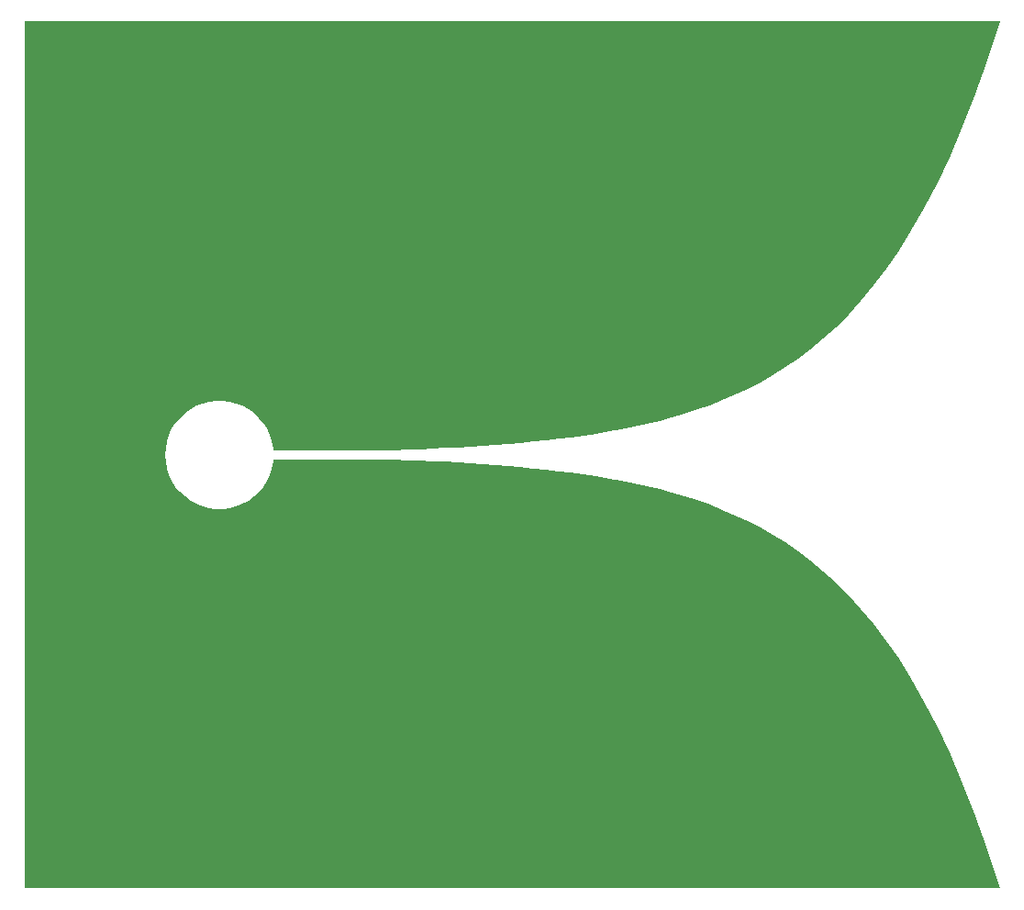
<source format=gbl>
G04 Filename: PCBWay_small_2to6ghz_vivaldi.gbl*
G04 FileFunction: Copper,L2,Bot,Signal*
G04 Part: Single*
G04 ProjectId: PCBWay_small_2to6ghz_vivaldi,974C31CABA66D5DCD8AF70DA5F3A9620,1*
G04 GenerationSoftware: MathWorks,MATLAB,9.8.0.1417392 (R2020a) Update 4*
G04 CreationDate: 2021-07-15T12:59:41-0700*
G04 FilePolarity: Positive*
%FSLAX16Y16*%
%MOIN*%
%ADD11C,0.05905511811*%  G04 Connect ground to connector*
G04 Antenna metal layer 2*
%LPD*%
G01*
G36*
X-1771654Y-1574803D02*
Y1574803D01*
X1771654D01*
Y1573228D01*
X1725856Y1432136D01*
X1680058Y1303698D01*
X1634260Y1186778D01*
X1588462Y1080344D01*
X1542664Y0983455D01*
X1496866Y0895256D01*
X1451069Y0814966D01*
X1405271Y0741877D01*
X1359473Y0675343D01*
X1313675Y0614776D01*
X1267877Y0559641D01*
X1222079Y0509451D01*
X1176282Y0463762D01*
X1130484Y0422170D01*
X1084686Y0384308D01*
X1038888Y0349842D01*
X0993090Y0318467D01*
X0947292Y0289906D01*
X0901494Y0263906D01*
X0855697Y0240238D01*
X0809899Y0218693D01*
X0764101Y0199080D01*
X0718303Y0181226D01*
X0672505Y0164973D01*
X0626707Y0150178D01*
X0580910Y0136709D01*
X0535112Y0124449D01*
X0489314Y0113288D01*
X0443516Y0103128D01*
X0397718Y0093879D01*
X0351920Y0085460D01*
X0306122Y0077795D01*
X0260325Y0070818D01*
X0214527Y0064467D01*
X0168729Y0058685D01*
X0122931Y0053422D01*
X0077133Y0048631D01*
X0031335Y0044270D01*
X-0014462Y0040300D01*
X-0060260Y0036685D01*
X-0106058Y0033395D01*
X-0151856Y0030400D01*
X-0197654Y0027674D01*
X-0243452Y0025192D01*
X-0289250Y0022933D01*
X-0335047Y0020876D01*
X-0380845Y0019004D01*
X-0426643Y0017300D01*
X-0472441Y0015748D01*
X-0866142D01*
X-0867694Y0024672D01*
X-0872326Y0048955D01*
X-0879965Y0072465D01*
X-0890491Y0094833D01*
X-0903737Y0115706D01*
X-0919494Y0134753D01*
X-0937515Y0151676D01*
X-0957514Y0166206D01*
X-0979177Y0178116D01*
X-1002162Y0187216D01*
X-1026106Y0193364D01*
X-1050632Y0196462D01*
X-1075352D01*
X-1099878Y0193364D01*
X-1123822Y0187216D01*
X-1146807Y0178116D01*
X-1168470Y0166206D01*
X-1188469Y0151676D01*
X-1206490Y0134753D01*
X-1222247Y0115706D01*
X-1235493Y0094833D01*
X-1246019Y0072465D01*
X-1253658Y0048955D01*
X-1258290Y0024672D01*
X-1259843Y0000000D01*
X-1258290Y-0024672D01*
X-1253658Y-0048955D01*
X-1246019Y-0072465D01*
X-1235493Y-0094833D01*
X-1222247Y-0115706D01*
X-1206490Y-0134753D01*
X-1188469Y-0151676D01*
X-1168470Y-0166206D01*
X-1146807Y-0178116D01*
X-1123822Y-0187216D01*
X-1099878Y-0193364D01*
X-1075352Y-0196462D01*
X-1050632D01*
X-1026106Y-0193364D01*
X-1002162Y-0187216D01*
X-0979177Y-0178116D01*
X-0957514Y-0166206D01*
X-0937515Y-0151676D01*
X-0919494Y-0134753D01*
X-0903737Y-0115706D01*
X-0890491Y-0094833D01*
X-0879965Y-0072465D01*
X-0872326Y-0048955D01*
X-0867694Y-0024672D01*
X-0866142Y-0015748D01*
X-0472441D01*
X-0426643Y-0017300D01*
X-0380845Y-0019004D01*
X-0335047Y-0020876D01*
X-0289250Y-0022933D01*
X-0243452Y-0025192D01*
X-0197654Y-0027674D01*
X-0151856Y-0030400D01*
X-0106058Y-0033395D01*
X-0060260Y-0036685D01*
X-0014462Y-0040300D01*
X0031335Y-0044270D01*
X0077133Y-0048631D01*
X0122931Y-0053422D01*
X0168729Y-0058685D01*
X0214527Y-0064467D01*
X0260325Y-0070818D01*
X0306122Y-0077795D01*
X0351920Y-0085460D01*
X0397718Y-0093879D01*
X0443516Y-0103128D01*
X0489314Y-0113288D01*
X0535112Y-0124449D01*
X0580910Y-0136709D01*
X0626707Y-0150178D01*
X0672505Y-0164973D01*
X0718303Y-0181226D01*
X0764101Y-0199080D01*
X0809899Y-0218693D01*
X0855697Y-0240238D01*
X0901494Y-0263906D01*
X0947292Y-0289906D01*
X0993090Y-0318467D01*
X1038888Y-0349842D01*
X1084686Y-0384308D01*
X1130484Y-0422170D01*
X1176282Y-0463762D01*
X1222079Y-0509451D01*
X1267877Y-0559641D01*
X1313675Y-0614776D01*
X1359473Y-0675343D01*
X1405271Y-0741877D01*
X1451069Y-0814966D01*
X1496866Y-0895256D01*
X1542664Y-0983455D01*
X1588462Y-1080344D01*
X1634260Y-1186778D01*
X1680058Y-1303698D01*
X1725856Y-1432136D01*
X1771654Y-1573228D01*
Y-1574803D01*
G37*
G04 Add SMAEdge connector*
G04  - Add pads*
G36*
X-1771654Y-0801181D02*
X-1606299D01*
Y-0505906D01*
X-1771654D01*
Y-0801181D01*
D02*
G37*
D11*
X-1688976Y-0552165D02*
X-1586614D01*
X-1688976Y-0774606D02*
X-1586614D01*
G04 MD5: e554cccf7e4f8c7492f7d2675b10f6e2*
M02*

</source>
